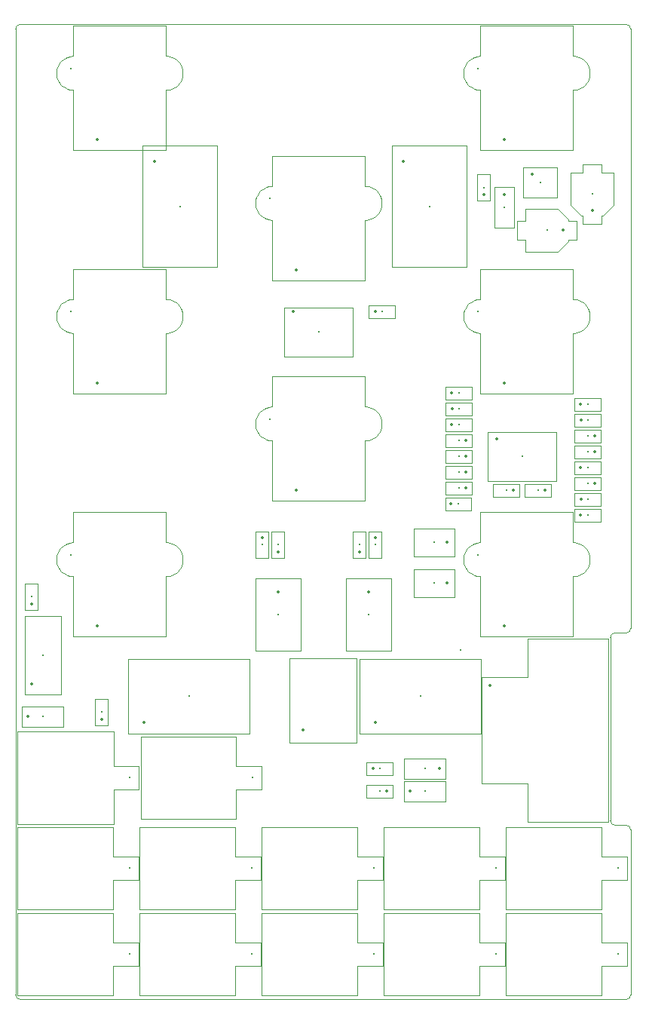
<source format=gbr>
%TF.GenerationSoftware,KiCad,Pcbnew,9.0.0*%
%TF.CreationDate,2025-03-09T14:36:43-04:00*%
%TF.ProjectId,200_Plattform,3230305f-506c-4617-9474-666f726d2e6b,A1*%
%TF.SameCoordinates,Original*%
%TF.FileFunction,Component,L1,Top*%
%TF.FilePolarity,Positive*%
%FSLAX46Y46*%
G04 Gerber Fmt 4.6, Leading zero omitted, Abs format (unit mm)*
G04 Created by KiCad (PCBNEW 9.0.0) date 2025-03-09 14:36:43*
%MOMM*%
%LPD*%
G01*
G04 APERTURE LIST*
%TA.AperFunction,ComponentMain*%
%ADD10C,0.300000*%
%TD*%
%TA.AperFunction,ComponentOutline,Courtyard*%
%ADD11C,0.100000*%
%TD*%
%TA.AperFunction,ComponentPin*%
%ADD12P,0.360000X4X0.000000*%
%TD*%
%TA.AperFunction,ComponentPin*%
%ADD13C,0.100000*%
%TD*%
%TA.AperFunction,Profile*%
%ADD14C,0.050000*%
%TD*%
G04 APERTURE END LIST*
D10*
%TO.C,J13*%
%TO.CFtp,HEADER_2X10_BOTTOM_ENTRY_966210-2000-AR-PR*%
%TO.CVal,~*%
%TO.CLbN,0_synthesis_smt*%
%TO.CMnt,SMD*%
%TO.CRot,0*%
X62408000Y-54982000D03*
D11*
X66603000Y-48187000D02*
X66603000Y-61777000D01*
X58213000Y-61777000D01*
X58213000Y-48187000D01*
X66603000Y-48187000D01*
D12*
%TO.P,J13,1,X1*%
X59508000Y-49902000D03*
D13*
%TO.P,J13,*%
X61138000Y-49902000D03*
X61138000Y-52442000D03*
X61138000Y-54982000D03*
X61138000Y-57522000D03*
X61138000Y-60062000D03*
X63678000Y-49902000D03*
X63678000Y-52442000D03*
X63678000Y-54982000D03*
X63678000Y-57522000D03*
X63678000Y-60062000D03*
%TO.P,J13,2,X2*%
X59508000Y-52442000D03*
%TO.P,J13,3,X3*%
X59508000Y-54982000D03*
%TO.P,J13,4,X4*%
X59508000Y-57522000D03*
%TO.P,J13,5,X5*%
X59508000Y-60062000D03*
%TO.P,J13,6,X6*%
X65308000Y-60062000D03*
%TO.P,J13,7,X7*%
X65308000Y-57522000D03*
%TO.P,J13,8,X8*%
X65308000Y-54982000D03*
%TO.P,J13,9,X9*%
X65308000Y-52442000D03*
%TO.P,J13,10,X10*%
X65308000Y-49902000D03*
%TD*%
D10*
%TO.C,J15*%
%TO.CFtp,HEADER_2X10_BOTTOM_ENTRY_966210-2000-AR-PR*%
%TO.CVal,~*%
%TO.CLbN,0_synthesis_smt*%
%TO.CMnt,SMD*%
%TO.CRot,90*%
X89408000Y-109982000D03*
D11*
X96203000Y-105787000D02*
X96203000Y-114177000D01*
X82613000Y-114177000D01*
X82613000Y-105787000D01*
X96203000Y-105787000D01*
D12*
%TO.P,J15,1,X1*%
X84328000Y-112882000D03*
D13*
%TO.P,J15,*%
X84328000Y-111252000D03*
X86868000Y-111252000D03*
X89408000Y-111252000D03*
X91948000Y-111252000D03*
X94488000Y-111252000D03*
X84328000Y-108712000D03*
X86868000Y-108712000D03*
X89408000Y-108712000D03*
X91948000Y-108712000D03*
X94488000Y-108712000D03*
%TO.P,J15,2,X2*%
X86868000Y-112882000D03*
%TO.P,J15,3,X3*%
X89408000Y-112882000D03*
%TO.P,J15,4,X4*%
X91948000Y-112882000D03*
%TO.P,J15,5,X5*%
X94488000Y-112882000D03*
%TO.P,J15,6,X6*%
X94488000Y-107082000D03*
%TO.P,J15,7,X7*%
X91948000Y-107082000D03*
%TO.P,J15,8,X8*%
X89408000Y-107082000D03*
%TO.P,J15,9,X9*%
X86868000Y-107082000D03*
%TO.P,J15,10,X10*%
X84328000Y-107082000D03*
%TD*%
D10*
%TO.C,J16*%
%TO.CFtp,HEADER_2X10_BOTTOM_ENTRY_966210-2000-AR-PR*%
%TO.CVal,~*%
%TO.CLbN,0_synthesis_smt*%
%TO.CMnt,SMD*%
%TO.CRot,0*%
X90408000Y-54982000D03*
D11*
X94603000Y-48187000D02*
X94603000Y-61777000D01*
X86213000Y-61777000D01*
X86213000Y-48187000D01*
X94603000Y-48187000D01*
D12*
%TO.P,J16,1,X1*%
X87508000Y-49902000D03*
D13*
%TO.P,J16,*%
X89138000Y-49902000D03*
X89138000Y-52442000D03*
X89138000Y-54982000D03*
X89138000Y-57522000D03*
X89138000Y-60062000D03*
X91678000Y-49902000D03*
X91678000Y-52442000D03*
X91678000Y-54982000D03*
X91678000Y-57522000D03*
X91678000Y-60062000D03*
%TO.P,J16,2,X2*%
X87508000Y-52442000D03*
%TO.P,J16,3,X3*%
X87508000Y-54982000D03*
%TO.P,J16,4,X4*%
X87508000Y-57522000D03*
%TO.P,J16,5,X5*%
X87508000Y-60062000D03*
%TO.P,J16,6,X6*%
X93308000Y-60062000D03*
%TO.P,J16,7,X7*%
X93308000Y-57522000D03*
%TO.P,J16,8,X8*%
X93308000Y-54982000D03*
%TO.P,J16,9,X9*%
X93308000Y-52442000D03*
%TO.P,J16,10,X10*%
X93308000Y-49902000D03*
%TD*%
D10*
%TO.C,J14*%
%TO.CFtp,HEADER_2X10_BOTTOM_ENTRY_966210-2000-AR-PR*%
%TO.CVal,~*%
%TO.CLbN,0_synthesis_smt*%
%TO.CMnt,SMD*%
%TO.CRot,90*%
X63408000Y-109982000D03*
D11*
X70203000Y-105787000D02*
X70203000Y-114177000D01*
X56613000Y-114177000D01*
X56613000Y-105787000D01*
X70203000Y-105787000D01*
D12*
%TO.P,J14,1,X1*%
X58328000Y-112882000D03*
D13*
%TO.P,J14,*%
X58328000Y-111252000D03*
X60868000Y-111252000D03*
X63408000Y-111252000D03*
X65948000Y-111252000D03*
X68488000Y-111252000D03*
X58328000Y-108712000D03*
X60868000Y-108712000D03*
X63408000Y-108712000D03*
X65948000Y-108712000D03*
X68488000Y-108712000D03*
%TO.P,J14,2,X2*%
X60868000Y-112882000D03*
%TO.P,J14,3,X3*%
X63408000Y-112882000D03*
%TO.P,J14,4,X4*%
X65948000Y-112882000D03*
%TO.P,J14,5,X5*%
X68488000Y-112882000D03*
%TO.P,J14,6,X6*%
X68488000Y-107082000D03*
%TO.P,J14,7,X7*%
X65948000Y-107082000D03*
%TO.P,J14,8,X8*%
X63408000Y-107082000D03*
%TO.P,J14,9,X9*%
X60868000Y-107082000D03*
%TO.P,J14,10,X10*%
X58328000Y-107082000D03*
%TD*%
D10*
%TO.C,U3*%
%TO.CFtp,SOT-23*%
%TO.CVal,LM4040CIM3-5.0*%
%TO.CLbN,Package_TO_SOT_SMD*%
%TO.CMnt,SMD*%
%TO.CRot,0*%
X102870000Y-52324000D03*
D11*
X104785000Y-50629000D02*
X104785000Y-54019000D01*
X100955000Y-54019000D01*
X100955000Y-50629000D01*
X104785000Y-50629000D01*
D12*
%TO.P,U3,1,K*%
X101932500Y-51374000D03*
D13*
%TO.P,U3,3,NC*%
X103807500Y-52324000D03*
%TO.P,U3,2,A*%
X101932500Y-53274000D03*
%TD*%
D10*
%TO.C,C8*%
%TO.CFtp,CAP_EEE-FK1V100UR*%
%TO.CVal,10uF*%
%TO.CLbN,0_synthesis_smt*%
%TO.CMnt,SMD*%
%TO.CRot,180*%
X103632000Y-57658000D03*
D11*
X104879928Y-55263000D02*
X106027000Y-56410072D01*
X106027000Y-56613000D01*
X106977000Y-56613000D01*
X106977000Y-58703000D01*
X106027000Y-58703000D01*
X106027000Y-58905928D01*
X104879928Y-60053000D01*
X101237000Y-60053000D01*
X101237000Y-58703000D01*
X100287000Y-58703000D01*
X100287000Y-56613000D01*
X101237000Y-56613000D01*
X101237000Y-55263000D01*
X104879928Y-55263000D01*
D12*
%TO.P,C8,1*%
X105432000Y-57658000D03*
D13*
%TO.P,C8,2*%
X101832000Y-57658000D03*
%TD*%
D10*
%TO.C,C7*%
%TO.CFtp,CAP_EEE-FK1V100UR*%
%TO.CVal,10uF*%
%TO.CLbN,0_synthesis_smt*%
%TO.CMnt,SMD*%
%TO.CRot,90*%
X108712000Y-53594000D03*
D11*
X109757000Y-50249000D02*
X109757000Y-51199000D01*
X111107000Y-51199000D01*
X111107000Y-54841928D01*
X109959928Y-55989000D01*
X109757000Y-55989000D01*
X109757000Y-56939000D01*
X107667000Y-56939000D01*
X107667000Y-55989000D01*
X107464072Y-55989000D01*
X106317000Y-54841928D01*
X106317000Y-51199000D01*
X107667000Y-51199000D01*
X107667000Y-50249000D01*
X109757000Y-50249000D01*
D12*
%TO.P,C7,1*%
X108712000Y-55394000D03*
D13*
%TO.P,C7,2*%
X108712000Y-51794000D03*
%TD*%
D10*
%TO.C,J17*%
%TO.CFtp,EURO_POWER_10_RTANG*%
%TO.CVal,EURO_POWER_10_RTANG*%
%TO.CLbN,0_synthesis_tht*%
%TO.CMnt,TH*%
%TO.CRot,0*%
X93908000Y-104792000D03*
D11*
X110503000Y-103497000D02*
X110503000Y-124087000D01*
X101413000Y-124087000D01*
X101413000Y-119787000D01*
X96313000Y-119787000D01*
X96313000Y-107797000D01*
X101413000Y-107797000D01*
X101413000Y-103497000D01*
X110503000Y-103497000D01*
D12*
%TO.P,J17,1,-12V*%
X97188000Y-108732000D03*
D13*
%TO.P,J17,10,+12V*%
X99728000Y-118892000D03*
%TO.P,J17,9,+12V*%
X97188000Y-118892000D03*
%TO.P,J17,8,gnd*%
X99728000Y-116352000D03*
%TO.P,J17,7,gnd*%
X97188000Y-116352000D03*
%TO.P,J17,6,gnd*%
X99728000Y-113812000D03*
%TO.P,J17,5,gnd*%
X97188000Y-113812000D03*
%TO.P,J17,4,gnd*%
X99728000Y-111272000D03*
%TO.P,J17,3,gnd*%
X97188000Y-111272000D03*
%TO.P,J17,2,-12V*%
X99728000Y-108732000D03*
%TD*%
D10*
%TO.C,U2*%
%TO.CFtp,TSSOP-14_4.4x5mm_P0.65mm*%
%TO.CVal,TL074CPWR*%
%TO.CLbN,0_synthesis_smt*%
%TO.CMnt,SMD*%
%TO.CRot,0*%
X100838000Y-83058000D03*
D11*
X104683000Y-80313000D02*
X104683000Y-85803000D01*
X96993000Y-85803000D01*
X96993000Y-80313000D01*
X104683000Y-80313000D01*
D12*
%TO.P,U2,1*%
X97975500Y-81108000D03*
D13*
%TO.P,U2,2,-*%
X97975500Y-81758000D03*
%TO.P,U2,3,+*%
X97975500Y-82408000D03*
%TO.P,U2,4,V+*%
X97975500Y-83058000D03*
%TO.P,U2,5,+*%
X97975500Y-83708000D03*
%TO.P,U2,6,-*%
X97975500Y-84358000D03*
%TO.P,U2,7*%
X97975500Y-85008000D03*
%TO.P,U2,8*%
X103700500Y-85008000D03*
%TO.P,U2,9,-*%
X103700500Y-84358000D03*
%TO.P,U2,10,+*%
X103700500Y-83708000D03*
%TO.P,U2,11,V-*%
X103700500Y-83058000D03*
%TO.P,U2,12,+*%
X103700500Y-82408000D03*
%TO.P,U2,13,-*%
X103700500Y-81758000D03*
%TO.P,U2,14*%
X103700500Y-81108000D03*
%TD*%
D10*
%TO.C,R19*%
%TO.CFtp,R_1206_3216Metric*%
%TO.CVal,6.8k 0.25W*%
%TO.CLbN,0_synthesis_smt*%
%TO.CMnt,SMD*%
%TO.CRot,-90*%
X98806000Y-55118000D03*
D11*
X99921000Y-52843000D02*
X99921000Y-57393000D01*
X97691000Y-57393000D01*
X97691000Y-52843000D01*
X99921000Y-52843000D01*
D12*
%TO.P,R19,1*%
X98806000Y-53655500D03*
D13*
%TO.P,R19,2*%
X98806000Y-56580500D03*
%TD*%
D10*
%TO.C,D5*%
%TO.CFtp,D_SOD-123*%
%TO.CVal,MBR0530*%
%TO.CLbN,0_synthesis_smt*%
%TO.CMnt,SMD*%
%TO.CRot,180*%
X89916000Y-118110000D03*
D11*
X92261000Y-116965000D02*
X92261000Y-119255000D01*
X87571000Y-119255000D01*
X87571000Y-116965000D01*
X92261000Y-116965000D01*
D12*
%TO.P,D5,1,K*%
X91566000Y-118110000D03*
D13*
%TO.P,D5,2,A*%
X88266000Y-118110000D03*
%TD*%
D10*
%TO.C,D4*%
%TO.CFtp,D_SOD-123*%
%TO.CVal,MBR0530*%
%TO.CLbN,0_synthesis_smt*%
%TO.CMnt,SMD*%
%TO.CRot,0*%
X89916000Y-120650000D03*
D11*
X92261000Y-119505000D02*
X92261000Y-121795000D01*
X87571000Y-121795000D01*
X87571000Y-119505000D01*
X92261000Y-119505000D01*
D12*
%TO.P,D4,1,K*%
X88266000Y-120650000D03*
D13*
%TO.P,D4,2,A*%
X91566000Y-120650000D03*
%TD*%
D10*
%TO.C,C10*%
%TO.CFtp,C_0603_1608Metric*%
%TO.CVal,100nF*%
%TO.CLbN,0_synthesis_smt*%
%TO.CMnt,SMD*%
%TO.CRot,0*%
X84849000Y-118110000D03*
D11*
X86324000Y-117385000D02*
X86324000Y-118835000D01*
X83374000Y-118835000D01*
X83374000Y-117385000D01*
X86324000Y-117385000D01*
D12*
%TO.P,C10,1*%
X84074000Y-118110000D03*
D13*
%TO.P,C10,2*%
X85624000Y-118110000D03*
%TD*%
D10*
%TO.C,C9*%
%TO.CFtp,C_0603_1608Metric*%
%TO.CVal,100nF*%
%TO.CLbN,0_synthesis_smt*%
%TO.CMnt,SMD*%
%TO.CRot,180*%
X84836000Y-120650000D03*
D11*
X86311000Y-119925000D02*
X86311000Y-121375000D01*
X83361000Y-121375000D01*
X83361000Y-119925000D01*
X86311000Y-119925000D01*
D12*
%TO.P,C9,1*%
X85611000Y-120650000D03*
D13*
%TO.P,C9,2*%
X84061000Y-120650000D03*
%TD*%
D10*
%TO.C,C11*%
%TO.CFtp,C_0603_1608Metric*%
%TO.CVal,100nF*%
%TO.CLbN,0_synthesis_smt*%
%TO.CMnt,SMD*%
%TO.CRot,90*%
X96520000Y-52845000D03*
D11*
X97245000Y-51370000D02*
X97245000Y-54320000D01*
X95795000Y-54320000D01*
X95795000Y-51370000D01*
X97245000Y-51370000D01*
D12*
%TO.P,C11,1*%
X96520000Y-53620000D03*
D13*
%TO.P,C11,2*%
X96520000Y-52070000D03*
%TD*%
D10*
%TO.C,C6*%
%TO.CFtp,C_0603_1608Metric*%
%TO.CVal,100nF*%
%TO.CLbN,0_synthesis_smt*%
%TO.CMnt,SMD*%
%TO.CRot,180*%
X102616000Y-86868000D03*
D11*
X104091000Y-86143000D02*
X104091000Y-87593000D01*
X101141000Y-87593000D01*
X101141000Y-86143000D01*
X104091000Y-86143000D01*
D12*
%TO.P,C6,1*%
X103391000Y-86868000D03*
D13*
%TO.P,C6,2*%
X101841000Y-86868000D03*
%TD*%
D10*
%TO.C,C5*%
%TO.CFtp,C_0603_1608Metric*%
%TO.CVal,100nF*%
%TO.CLbN,0_synthesis_smt*%
%TO.CMnt,SMD*%
%TO.CRot,180*%
X99073000Y-86868000D03*
D11*
X100548000Y-86143000D02*
X100548000Y-87593000D01*
X97598000Y-87593000D01*
X97598000Y-86143000D01*
X100548000Y-86143000D01*
D12*
%TO.P,C5,1*%
X99848000Y-86868000D03*
D13*
%TO.P,C5,2*%
X98298000Y-86868000D03*
%TD*%
D10*
%TO.C,C4*%
%TO.CFtp,C_0603_1608Metric*%
%TO.CVal,180pF*%
%TO.CLbN,0_synthesis_smt*%
%TO.CMnt,SMD*%
%TO.CRot,0*%
X108204000Y-78994000D03*
D11*
X109679000Y-78269000D02*
X109679000Y-79719000D01*
X106729000Y-79719000D01*
X106729000Y-78269000D01*
X109679000Y-78269000D01*
D12*
%TO.P,C4,1*%
X107429000Y-78994000D03*
D13*
%TO.P,C4,2*%
X108979000Y-78994000D03*
%TD*%
D10*
%TO.C,R11*%
%TO.CFtp,R_0603_1608Metric*%
%TO.CVal,20k*%
%TO.CLbN,0_synthesis_smt*%
%TO.CMnt,SMD*%
%TO.CRot,180*%
X108204000Y-82550000D03*
D11*
X109679000Y-81825000D02*
X109679000Y-83275000D01*
X106729000Y-83275000D01*
X106729000Y-81825000D01*
X109679000Y-81825000D01*
D12*
%TO.P,R11,1*%
X109029000Y-82550000D03*
D13*
%TO.P,R11,2*%
X107379000Y-82550000D03*
%TD*%
D10*
%TO.C,R14*%
%TO.CFtp,R_0603_1608Metric*%
%TO.CVal,10k*%
%TO.CLbN,0_synthesis_smt*%
%TO.CMnt,SMD*%
%TO.CRot,180*%
X108204000Y-86106000D03*
D11*
X109679000Y-85381000D02*
X109679000Y-86831000D01*
X106729000Y-86831000D01*
X106729000Y-85381000D01*
X109679000Y-85381000D01*
D12*
%TO.P,R14,1*%
X109029000Y-86106000D03*
D13*
%TO.P,R14,2*%
X107379000Y-86106000D03*
%TD*%
D10*
%TO.C,RV2*%
%TO.CFtp,ALPHAPOT*%
%TO.CVal,10k*%
%TO.CLbN,0_synthesis_tht*%
%TO.CMnt,TH*%
%TO.CRot,0*%
X72478000Y-78868000D03*
D11*
X83173000Y-74073000D02*
X83173000Y-77472912D01*
X83313314Y-77475414D01*
X83581326Y-77513948D01*
X83841077Y-77590218D01*
X84087334Y-77702679D01*
X84315076Y-77849040D01*
X84519674Y-78026325D01*
X84696959Y-78230923D01*
X84843320Y-78458665D01*
X84955781Y-78704922D01*
X85032051Y-78964673D01*
X85070579Y-79232639D01*
X85070579Y-79503360D01*
X85032051Y-79771326D01*
X84955781Y-80031077D01*
X84843320Y-80277334D01*
X84696959Y-80505076D01*
X84519674Y-80709674D01*
X84315076Y-80886959D01*
X84087334Y-81033320D01*
X83841077Y-81145781D01*
X83581326Y-81222051D01*
X83313314Y-81260585D01*
X83173000Y-81263088D01*
X83173000Y-88063000D01*
X72783000Y-88063000D01*
X72783000Y-81263088D01*
X72642685Y-81260585D01*
X72374673Y-81222051D01*
X72114922Y-81145781D01*
X71868665Y-81033320D01*
X71640923Y-80886959D01*
X71436325Y-80709674D01*
X71259040Y-80505076D01*
X71112679Y-80277334D01*
X71000218Y-80031077D01*
X70923948Y-79771326D01*
X70885421Y-79503360D01*
X70885421Y-79232639D01*
X70923948Y-78964673D01*
X71000218Y-78704922D01*
X71112679Y-78458665D01*
X71259040Y-78230923D01*
X71436325Y-78026325D01*
X71640923Y-77849040D01*
X71868665Y-77702679D01*
X72114922Y-77590218D01*
X72374673Y-77513948D01*
X72642685Y-77475414D01*
X72783000Y-77472912D01*
X72783000Y-74073000D01*
X83173000Y-74073000D01*
D12*
%TO.P,RV2,1,1*%
X75478000Y-86868000D03*
D13*
%TO.P,RV2,*%
X73078000Y-79368000D03*
X82878000Y-79368000D03*
%TO.P,RV2,2,2*%
X77978000Y-86868000D03*
%TO.P,RV2,3,3*%
X80478000Y-86868000D03*
%TD*%
D10*
%TO.C,R7*%
%TO.CFtp,R_0603_1608Metric*%
%TO.CVal,20k*%
%TO.CLbN,0_synthesis_smt*%
%TO.CMnt,SMD*%
%TO.CRot,0*%
X93726000Y-75946000D03*
D11*
X95201000Y-75221000D02*
X95201000Y-76671000D01*
X92251000Y-76671000D01*
X92251000Y-75221000D01*
X95201000Y-75221000D01*
D12*
%TO.P,R7,1*%
X92901000Y-75946000D03*
D13*
%TO.P,R7,2*%
X94551000Y-75946000D03*
%TD*%
D10*
%TO.C,J7*%
%TO.CFtp,JACK_THONKICONN_MONO_WQP518MA*%
%TO.CVal,THONKICONN_MONO*%
%TO.CLbN,0_synthesis_tht*%
%TO.CMnt,TH*%
%TO.CRot,-90*%
X84201000Y-138938000D03*
D11*
X82296000Y-134343000D02*
X82296000Y-137643000D01*
X85196000Y-137643000D01*
X85196000Y-140233000D01*
X82296000Y-140233000D01*
X82296000Y-143533000D01*
X71606000Y-143533000D01*
X71606000Y-134343000D01*
X82296000Y-134343000D01*
D13*
%TO.P,J7,*%
X77721000Y-138938000D03*
%TO.P,J7,S*%
X84201000Y-138938000D03*
%TO.P,J7,T*%
X72801000Y-138938000D03*
%TO.P,J7,TN*%
X81101000Y-138938000D03*
%TD*%
D10*
%TO.C,R12*%
%TO.CFtp,R_0603_1608Metric*%
%TO.CVal,10k*%
%TO.CLbN,0_synthesis_smt*%
%TO.CMnt,SMD*%
%TO.CRot,0*%
X108204000Y-84328000D03*
D11*
X109679000Y-83603000D02*
X109679000Y-85053000D01*
X106729000Y-85053000D01*
X106729000Y-83603000D01*
X109679000Y-83603000D01*
D12*
%TO.P,R12,1*%
X107379000Y-84328000D03*
D13*
%TO.P,R12,2*%
X109029000Y-84328000D03*
%TD*%
D10*
%TO.C,J3*%
%TO.CFtp,JACK_THONKICONN_MONO_WQP518MA*%
%TO.CVal,THONKICONN_MONO*%
%TO.CLbN,0_synthesis_tht*%
%TO.CMnt,TH*%
%TO.CRot,-90*%
X84201000Y-129286000D03*
D11*
X82296000Y-124691000D02*
X82296000Y-127991000D01*
X85196000Y-127991000D01*
X85196000Y-130581000D01*
X82296000Y-130581000D01*
X82296000Y-133881000D01*
X71606000Y-133881000D01*
X71606000Y-124691000D01*
X82296000Y-124691000D01*
D13*
%TO.P,J3,*%
X77721000Y-129286000D03*
%TO.P,J3,S*%
X84201000Y-129286000D03*
%TO.P,J3,T*%
X72801000Y-129286000D03*
%TO.P,J3,TN*%
X81101000Y-129286000D03*
%TD*%
D10*
%TO.C,J8*%
%TO.CFtp,JACK_THONKICONN_MONO_WQP518MA*%
%TO.CVal,THONKICONN_MONO*%
%TO.CLbN,0_synthesis_tht*%
%TO.CMnt,TH*%
%TO.CRot,-90*%
X97917000Y-138938000D03*
D11*
X96012000Y-134343000D02*
X96012000Y-137643000D01*
X98912000Y-137643000D01*
X98912000Y-140233000D01*
X96012000Y-140233000D01*
X96012000Y-143533000D01*
X85322000Y-143533000D01*
X85322000Y-134343000D01*
X96012000Y-134343000D01*
D13*
%TO.P,J8,*%
X91437000Y-138938000D03*
%TO.P,J8,S*%
X97917000Y-138938000D03*
%TO.P,J8,T*%
X86517000Y-138938000D03*
%TO.P,J8,TN*%
X94817000Y-138938000D03*
%TD*%
D10*
%TO.C,R3*%
%TO.CFtp,R_1210_3225Metric*%
%TO.CVal,1k 0.5W*%
%TO.CLbN,0_synthesis_smt*%
%TO.CMnt,SMD*%
%TO.CRot,180*%
X90932000Y-97282000D03*
D11*
X93207000Y-95707000D02*
X93207000Y-98857000D01*
X88657000Y-98857000D01*
X88657000Y-95707000D01*
X93207000Y-95707000D01*
D12*
%TO.P,R3,1*%
X92394500Y-97282000D03*
D13*
%TO.P,R3,2*%
X89469500Y-97282000D03*
%TD*%
D10*
%TO.C,RV8*%
%TO.CFtp,ALPHAPOT*%
%TO.CVal,10k*%
%TO.CLbN,0_synthesis_tht*%
%TO.CMnt,TH*%
%TO.CRot,0*%
X95846000Y-94108000D03*
D11*
X106541000Y-89313000D02*
X106541000Y-92712912D01*
X106681314Y-92715414D01*
X106949326Y-92753948D01*
X107209077Y-92830218D01*
X107455334Y-92942679D01*
X107683076Y-93089040D01*
X107887674Y-93266325D01*
X108064959Y-93470923D01*
X108211320Y-93698665D01*
X108323781Y-93944922D01*
X108400051Y-94204673D01*
X108438579Y-94472639D01*
X108438579Y-94743360D01*
X108400051Y-95011326D01*
X108323781Y-95271077D01*
X108211320Y-95517334D01*
X108064959Y-95745076D01*
X107887674Y-95949674D01*
X107683076Y-96126959D01*
X107455334Y-96273320D01*
X107209077Y-96385781D01*
X106949326Y-96462051D01*
X106681314Y-96500585D01*
X106541000Y-96503088D01*
X106541000Y-103303000D01*
X96151000Y-103303000D01*
X96151000Y-96503088D01*
X96010685Y-96500585D01*
X95742673Y-96462051D01*
X95482922Y-96385781D01*
X95236665Y-96273320D01*
X95008923Y-96126959D01*
X94804325Y-95949674D01*
X94627040Y-95745076D01*
X94480679Y-95517334D01*
X94368218Y-95271077D01*
X94291948Y-95011326D01*
X94253421Y-94743360D01*
X94253421Y-94472639D01*
X94291948Y-94204673D01*
X94368218Y-93944922D01*
X94480679Y-93698665D01*
X94627040Y-93470923D01*
X94804325Y-93266325D01*
X95008923Y-93089040D01*
X95236665Y-92942679D01*
X95482922Y-92830218D01*
X95742673Y-92753948D01*
X96010685Y-92715414D01*
X96151000Y-92712912D01*
X96151000Y-89313000D01*
X106541000Y-89313000D01*
D12*
%TO.P,RV8,1,1*%
X98846000Y-102108000D03*
D13*
%TO.P,RV8,*%
X96446000Y-94608000D03*
X106246000Y-94608000D03*
%TO.P,RV8,2,2*%
X101346000Y-102108000D03*
%TO.P,RV8,3,3*%
X103846000Y-102108000D03*
%TD*%
D10*
%TO.C,SW1*%
%TO.CFtp,SW_TACTILE_TL1105SPF250Q*%
%TO.CVal,SW_TACTILE*%
%TO.CLbN,0_synthesis_tht*%
%TO.CMnt,TH*%
%TO.CRot,90*%
X76236000Y-113740000D03*
D11*
X82231000Y-105745000D02*
X82231000Y-115235000D01*
X74741000Y-115235000D01*
X74741000Y-105745000D01*
X82231000Y-105745000D01*
D12*
%TO.P,SW1,1,1*%
X76236000Y-113740000D03*
D13*
%TO.P,SW1,2,2*%
X76236000Y-107240000D03*
%TO.P,SW1,3,K*%
X80736000Y-113740000D03*
%TO.P,SW1,4,A*%
X80736000Y-107240000D03*
%TD*%
D10*
%TO.C,D3*%
%TO.CFtp,LED_0603_1608Metric*%
%TO.CVal,LED_BLUE*%
%TO.CLbN,0_synthesis_smt*%
%TO.CMnt,SMD*%
%TO.CRot,90*%
X82550000Y-92964000D03*
D11*
X83275000Y-91489000D02*
X83275000Y-94439000D01*
X81825000Y-94439000D01*
X81825000Y-91489000D01*
X83275000Y-91489000D01*
D12*
%TO.P,D3,1,K*%
X82550000Y-93751500D03*
D13*
%TO.P,D3,2,A*%
X82550000Y-92176500D03*
%TD*%
D10*
%TO.C,SW3*%
%TO.CFtp,SW_TOGGLE_2MS3T1B3M2QES*%
%TO.CVal,SW_SPDT_ON_OFF_ON_SUBMINI*%
%TO.CLbN,0_synthesis_tht*%
%TO.CMnt,SMD*%
%TO.CRot,-90*%
X83566000Y-100838000D03*
D11*
X86101000Y-96779000D02*
X86101000Y-104897000D01*
X81031000Y-104897000D01*
X81031000Y-96779000D01*
X86101000Y-96779000D01*
D12*
%TO.P,SW3,1,A*%
X83566000Y-98298000D03*
D13*
%TO.P,SW3,2,B*%
X83566000Y-100838000D03*
%TO.P,SW3,3,C*%
X83566000Y-103378000D03*
%TD*%
D10*
%TO.C,R8*%
%TO.CFtp,R_0603_1608Metric*%
%TO.CVal,10k*%
%TO.CLbN,0_synthesis_smt*%
%TO.CMnt,SMD*%
%TO.CRot,180*%
X93726000Y-83058000D03*
D11*
X95201000Y-82333000D02*
X95201000Y-83783000D01*
X92251000Y-83783000D01*
X92251000Y-82333000D01*
X95201000Y-82333000D01*
D12*
%TO.P,R8,1*%
X94551000Y-83058000D03*
D13*
%TO.P,R8,2*%
X92901000Y-83058000D03*
%TD*%
D10*
%TO.C,RV1*%
%TO.CFtp,ALPHAPOT*%
%TO.CVal,10k*%
%TO.CLbN,0_synthesis_tht*%
%TO.CMnt,TH*%
%TO.CRot,0*%
X50126000Y-39498000D03*
D11*
X60821000Y-34703000D02*
X60821000Y-38102912D01*
X60961314Y-38105414D01*
X61229326Y-38143948D01*
X61489077Y-38220218D01*
X61735334Y-38332679D01*
X61963076Y-38479040D01*
X62167674Y-38656325D01*
X62344959Y-38860923D01*
X62491320Y-39088665D01*
X62603781Y-39334922D01*
X62680051Y-39594673D01*
X62718579Y-39862639D01*
X62718579Y-40133360D01*
X62680051Y-40401326D01*
X62603781Y-40661077D01*
X62491320Y-40907334D01*
X62344959Y-41135076D01*
X62167674Y-41339674D01*
X61963076Y-41516959D01*
X61735334Y-41663320D01*
X61489077Y-41775781D01*
X61229326Y-41852051D01*
X60961314Y-41890585D01*
X60821000Y-41893088D01*
X60821000Y-48693000D01*
X50431000Y-48693000D01*
X50431000Y-41893088D01*
X50290685Y-41890585D01*
X50022673Y-41852051D01*
X49762922Y-41775781D01*
X49516665Y-41663320D01*
X49288923Y-41516959D01*
X49084325Y-41339674D01*
X48907040Y-41135076D01*
X48760679Y-40907334D01*
X48648218Y-40661077D01*
X48571948Y-40401326D01*
X48533421Y-40133360D01*
X48533421Y-39862639D01*
X48571948Y-39594673D01*
X48648218Y-39334922D01*
X48760679Y-39088665D01*
X48907040Y-38860923D01*
X49084325Y-38656325D01*
X49288923Y-38479040D01*
X49516665Y-38332679D01*
X49762922Y-38220218D01*
X50022673Y-38143948D01*
X50290685Y-38105414D01*
X50431000Y-38102912D01*
X50431000Y-34703000D01*
X60821000Y-34703000D01*
D12*
%TO.P,RV1,1,1*%
X53126000Y-47498000D03*
D13*
%TO.P,RV1,*%
X50726000Y-39998000D03*
X60526000Y-39998000D03*
%TO.P,RV1,2,2*%
X55626000Y-47498000D03*
%TO.P,RV1,3,3*%
X58126000Y-47498000D03*
%TD*%
D10*
%TO.C,J5*%
%TO.CFtp,JACK_THONKICONN_MONO_WQP518MA*%
%TO.CVal,THONKICONN_MONO*%
%TO.CLbN,0_synthesis_tht*%
%TO.CMnt,TH*%
%TO.CRot,-90*%
X56769000Y-138938000D03*
D11*
X54864000Y-134343000D02*
X54864000Y-137643000D01*
X57764000Y-137643000D01*
X57764000Y-140233000D01*
X54864000Y-140233000D01*
X54864000Y-143533000D01*
X44174000Y-143533000D01*
X44174000Y-134343000D01*
X54864000Y-134343000D01*
D13*
%TO.P,J5,*%
X50289000Y-138938000D03*
%TO.P,J5,S*%
X56769000Y-138938000D03*
%TO.P,J5,T*%
X45369000Y-138938000D03*
%TO.P,J5,TN*%
X53669000Y-138938000D03*
%TD*%
D10*
%TO.C,C2*%
%TO.CFtp,C_0603_1608Metric*%
%TO.CVal,180pF*%
%TO.CLbN,0_synthesis_smt*%
%TO.CMnt,SMD*%
%TO.CRot,180*%
X93726000Y-86614000D03*
D11*
X95201000Y-85889000D02*
X95201000Y-87339000D01*
X92251000Y-87339000D01*
X92251000Y-85889000D01*
X95201000Y-85889000D01*
D12*
%TO.P,C2,1*%
X94501000Y-86614000D03*
D13*
%TO.P,C2,2*%
X92951000Y-86614000D03*
%TD*%
D10*
%TO.C,R10*%
%TO.CFtp,R_0603_1608Metric*%
%TO.CVal,10k*%
%TO.CLbN,0_synthesis_smt*%
%TO.CMnt,SMD*%
%TO.CRot,180*%
X93726000Y-84836000D03*
D11*
X95201000Y-84111000D02*
X95201000Y-85561000D01*
X92251000Y-85561000D01*
X92251000Y-84111000D01*
X95201000Y-84111000D01*
D12*
%TO.P,R10,1*%
X94551000Y-84836000D03*
D13*
%TO.P,R10,2*%
X92901000Y-84836000D03*
%TD*%
D10*
%TO.C,U1*%
%TO.CFtp,SO-4_4.4x3.6mm_P2.54mm*%
%TO.CVal,LTV-355T*%
%TO.CLbN,0_synthesis_smt*%
%TO.CMnt,SMD*%
%TO.CRot,90*%
X46990000Y-105410000D03*
D11*
X49035000Y-101015000D02*
X49035000Y-109805000D01*
X44945000Y-109805000D01*
X44945000Y-101015000D01*
X49035000Y-101015000D01*
D12*
%TO.P,U1,1*%
X45720000Y-108560000D03*
D13*
%TO.P,U1,2*%
X48260000Y-108560000D03*
%TO.P,U1,3*%
X48260000Y-102260000D03*
%TO.P,U1,4*%
X45720000Y-102260000D03*
%TD*%
D10*
%TO.C,J9*%
%TO.CFtp,JACK_THONKICONN_MONO_WQP518MA*%
%TO.CVal,THONKICONN_MONO*%
%TO.CLbN,0_synthesis_tht*%
%TO.CMnt,TH*%
%TO.CRot,-90*%
X70582000Y-119126000D03*
D11*
X68677000Y-114531000D02*
X68677000Y-117831000D01*
X71577000Y-117831000D01*
X71577000Y-120421000D01*
X68677000Y-120421000D01*
X68677000Y-123721000D01*
X57987000Y-123721000D01*
X57987000Y-114531000D01*
X68677000Y-114531000D01*
D13*
%TO.P,J9,*%
X64102000Y-119126000D03*
%TO.P,J9,S*%
X70582000Y-119126000D03*
%TO.P,J9,T*%
X59182000Y-119126000D03*
%TO.P,J9,TN*%
X67482000Y-119126000D03*
%TD*%
D10*
%TO.C,R5*%
%TO.CFtp,R_0603_1608Metric*%
%TO.CVal,20k*%
%TO.CLbN,0_synthesis_smt*%
%TO.CMnt,SMD*%
%TO.CRot,0*%
X93726000Y-79502000D03*
D11*
X95201000Y-78777000D02*
X95201000Y-80227000D01*
X92251000Y-80227000D01*
X92251000Y-78777000D01*
X95201000Y-78777000D01*
D12*
%TO.P,R5,1*%
X92901000Y-79502000D03*
D13*
%TO.P,R5,2*%
X94551000Y-79502000D03*
%TD*%
D10*
%TO.C,J10*%
%TO.CFtp,JACK_THONKICONN_STEREO_WQP419GR*%
%TO.CVal,THONKICONN STEREO*%
%TO.CLbN,0_synthesis_tht*%
%TO.CMnt,TH*%
%TO.CRot,-90*%
X56772000Y-119126000D03*
D11*
X54967000Y-113931000D02*
X54967000Y-117831000D01*
X57767000Y-117831000D01*
X57767000Y-120421000D01*
X54967000Y-120421000D01*
X54967000Y-124321000D01*
X44177000Y-124321000D01*
X44177000Y-113931000D01*
X54967000Y-113931000D01*
D13*
%TO.P,J10,*%
X50292000Y-119126000D03*
%TO.P,J10,R*%
X53672000Y-119126000D03*
%TO.P,J10,S*%
X56772000Y-119126000D03*
%TO.P,J10,T*%
X45372000Y-119126000D03*
%TD*%
D10*
%TO.C,R16*%
%TO.CFtp,R_0603_1608Metric*%
%TO.CVal,10k*%
%TO.CLbN,0_synthesis_smt*%
%TO.CMnt,SMD*%
%TO.CRot,0*%
X108204000Y-77216000D03*
D11*
X109679000Y-76491000D02*
X109679000Y-77941000D01*
X106729000Y-77941000D01*
X106729000Y-76491000D01*
X109679000Y-76491000D01*
D12*
%TO.P,R16,1*%
X107379000Y-77216000D03*
D13*
%TO.P,R16,2*%
X109029000Y-77216000D03*
%TD*%
D10*
%TO.C,R13*%
%TO.CFtp,R_0603_1608Metric*%
%TO.CVal,20k*%
%TO.CLbN,0_synthesis_smt*%
%TO.CMnt,SMD*%
%TO.CRot,0*%
X108204000Y-89662000D03*
D11*
X109679000Y-88937000D02*
X109679000Y-90387000D01*
X106729000Y-90387000D01*
X106729000Y-88937000D01*
X109679000Y-88937000D01*
D12*
%TO.P,R13,1*%
X107379000Y-89662000D03*
D13*
%TO.P,R13,2*%
X109029000Y-89662000D03*
%TD*%
D10*
%TO.C,R15*%
%TO.CFtp,R_0603_1608Metric*%
%TO.CVal,10k*%
%TO.CLbN,0_synthesis_smt*%
%TO.CMnt,SMD*%
%TO.CRot,180*%
X108204000Y-80772000D03*
D11*
X109679000Y-80047000D02*
X109679000Y-81497000D01*
X106729000Y-81497000D01*
X106729000Y-80047000D01*
X109679000Y-80047000D01*
D12*
%TO.P,R15,1*%
X109029000Y-80772000D03*
D13*
%TO.P,R15,2*%
X107379000Y-80772000D03*
%TD*%
D10*
%TO.C,R17*%
%TO.CFtp,R_0603_1608Metric*%
%TO.CVal,220R*%
%TO.CLbN,0_synthesis_smt*%
%TO.CMnt,SMD*%
%TO.CRot,-90*%
X71628000Y-92964000D03*
D11*
X72353000Y-91489000D02*
X72353000Y-94439000D01*
X70903000Y-94439000D01*
X70903000Y-91489000D01*
X72353000Y-91489000D01*
D12*
%TO.P,R17,1*%
X71628000Y-92139000D03*
D13*
%TO.P,R17,2*%
X71628000Y-93789000D03*
%TD*%
D10*
%TO.C,R4*%
%TO.CFtp,R_1210_3225Metric*%
%TO.CVal,1k 0.5W*%
%TO.CLbN,0_synthesis_smt*%
%TO.CMnt,SMD*%
%TO.CRot,180*%
X90932000Y-92710000D03*
D11*
X93207000Y-91135000D02*
X93207000Y-94285000D01*
X88657000Y-94285000D01*
X88657000Y-91135000D01*
X93207000Y-91135000D01*
D12*
%TO.P,R4,1*%
X92394500Y-92710000D03*
D13*
%TO.P,R4,2*%
X89469500Y-92710000D03*
%TD*%
D10*
%TO.C,J1*%
%TO.CFtp,JACK_THONKICONN_MONO_WQP518MA*%
%TO.CVal,THONKICONN_MONO*%
%TO.CLbN,0_synthesis_tht*%
%TO.CMnt,TH*%
%TO.CRot,-90*%
X56769000Y-129286000D03*
D11*
X54864000Y-124691000D02*
X54864000Y-127991000D01*
X57764000Y-127991000D01*
X57764000Y-130581000D01*
X54864000Y-130581000D01*
X54864000Y-133881000D01*
X44174000Y-133881000D01*
X44174000Y-124691000D01*
X54864000Y-124691000D01*
D13*
%TO.P,J1,*%
X50289000Y-129286000D03*
%TO.P,J1,S*%
X56769000Y-129286000D03*
%TO.P,J1,T*%
X45369000Y-129286000D03*
%TO.P,J1,TN*%
X53669000Y-129286000D03*
%TD*%
D10*
%TO.C,RV4*%
%TO.CFtp,ALPHAPOT*%
%TO.CVal,10k*%
%TO.CLbN,0_synthesis_tht*%
%TO.CMnt,TH*%
%TO.CRot,0*%
X95846000Y-39498000D03*
D11*
X106541000Y-34703000D02*
X106541000Y-38102912D01*
X106681314Y-38105414D01*
X106949326Y-38143948D01*
X107209077Y-38220218D01*
X107455334Y-38332679D01*
X107683076Y-38479040D01*
X107887674Y-38656325D01*
X108064959Y-38860923D01*
X108211320Y-39088665D01*
X108323781Y-39334922D01*
X108400051Y-39594673D01*
X108438579Y-39862639D01*
X108438579Y-40133360D01*
X108400051Y-40401326D01*
X108323781Y-40661077D01*
X108211320Y-40907334D01*
X108064959Y-41135076D01*
X107887674Y-41339674D01*
X107683076Y-41516959D01*
X107455334Y-41663320D01*
X107209077Y-41775781D01*
X106949326Y-41852051D01*
X106681314Y-41890585D01*
X106541000Y-41893088D01*
X106541000Y-48693000D01*
X96151000Y-48693000D01*
X96151000Y-41893088D01*
X96010685Y-41890585D01*
X95742673Y-41852051D01*
X95482922Y-41775781D01*
X95236665Y-41663320D01*
X95008923Y-41516959D01*
X94804325Y-41339674D01*
X94627040Y-41135076D01*
X94480679Y-40907334D01*
X94368218Y-40661077D01*
X94291948Y-40401326D01*
X94253421Y-40133360D01*
X94253421Y-39862639D01*
X94291948Y-39594673D01*
X94368218Y-39334922D01*
X94480679Y-39088665D01*
X94627040Y-38860923D01*
X94804325Y-38656325D01*
X95008923Y-38479040D01*
X95236665Y-38332679D01*
X95482922Y-38220218D01*
X95742673Y-38143948D01*
X96010685Y-38105414D01*
X96151000Y-38102912D01*
X96151000Y-34703000D01*
X106541000Y-34703000D01*
D12*
%TO.P,RV4,1,1*%
X98846000Y-47498000D03*
D13*
%TO.P,RV4,*%
X96446000Y-39998000D03*
X106246000Y-39998000D03*
%TO.P,RV4,2,2*%
X101346000Y-47498000D03*
%TO.P,RV4,3,3*%
X103846000Y-47498000D03*
%TD*%
D10*
%TO.C,J6*%
%TO.CFtp,JACK_THONKICONN_MONO_WQP518MA*%
%TO.CVal,THONKICONN_MONO*%
%TO.CLbN,0_synthesis_tht*%
%TO.CMnt,TH*%
%TO.CRot,-90*%
X70485000Y-138938000D03*
D11*
X68580000Y-134343000D02*
X68580000Y-137643000D01*
X71480000Y-137643000D01*
X71480000Y-140233000D01*
X68580000Y-140233000D01*
X68580000Y-143533000D01*
X57890000Y-143533000D01*
X57890000Y-134343000D01*
X68580000Y-134343000D01*
D13*
%TO.P,J6,*%
X64005000Y-138938000D03*
%TO.P,J6,S*%
X70485000Y-138938000D03*
%TO.P,J6,T*%
X59085000Y-138938000D03*
%TO.P,J6,TN*%
X67385000Y-138938000D03*
%TD*%
D10*
%TO.C,U4*%
%TO.CFtp,TSSOP-16_4.4x5mm_P0.65mm*%
%TO.CVal,CD4052B*%
%TO.CLbN,0_synthesis_smt*%
%TO.CMnt,SMD*%
%TO.CRot,0*%
X77978000Y-69088000D03*
D11*
X81823000Y-66343000D02*
X81823000Y-71833000D01*
X74133000Y-71833000D01*
X74133000Y-66343000D01*
X81823000Y-66343000D01*
D12*
%TO.P,U4,1,Y0*%
X75115500Y-66813000D03*
D13*
%TO.P,U4,2,Y2*%
X75115500Y-67463000D03*
%TO.P,U4,3,Y*%
X75115500Y-68113000D03*
%TO.P,U4,4,Y3*%
X75115500Y-68763000D03*
%TO.P,U4,5,Y1*%
X75115500Y-69413000D03*
%TO.P,U4,6,INH*%
X75115500Y-70063000D03*
%TO.P,U4,7,VEE*%
X75115500Y-70713000D03*
%TO.P,U4,8,VSS*%
X75115500Y-71363000D03*
%TO.P,U4,9,B*%
X80840500Y-71363000D03*
%TO.P,U4,10,A*%
X80840500Y-70713000D03*
%TO.P,U4,11,X3*%
X80840500Y-70063000D03*
%TO.P,U4,12,X0*%
X80840500Y-69413000D03*
%TO.P,U4,13,X*%
X80840500Y-68763000D03*
%TO.P,U4,14,X1*%
X80840500Y-68113000D03*
%TO.P,U4,15,X2*%
X80840500Y-67463000D03*
%TO.P,U4,16,VDD*%
X80840500Y-66813000D03*
%TD*%
D10*
%TO.C,R6*%
%TO.CFtp,R_0603_1608Metric*%
%TO.CVal,10k*%
%TO.CLbN,0_synthesis_smt*%
%TO.CMnt,SMD*%
%TO.CRot,180*%
X93726000Y-81280000D03*
D11*
X95201000Y-80555000D02*
X95201000Y-82005000D01*
X92251000Y-82005000D01*
X92251000Y-80555000D01*
X95201000Y-80555000D01*
D12*
%TO.P,R6,1*%
X94551000Y-81280000D03*
D13*
%TO.P,R6,2*%
X92901000Y-81280000D03*
%TD*%
D10*
%TO.C,C1*%
%TO.CFtp,C_0603_1608Metric*%
%TO.CVal,180pF*%
%TO.CLbN,0_synthesis_smt*%
%TO.CMnt,SMD*%
%TO.CRot,0*%
X93726000Y-77724000D03*
D11*
X95201000Y-76999000D02*
X95201000Y-78449000D01*
X92251000Y-78449000D01*
X92251000Y-76999000D01*
X95201000Y-76999000D01*
D12*
%TO.P,C1,1*%
X92951000Y-77724000D03*
D13*
%TO.P,C1,2*%
X94501000Y-77724000D03*
%TD*%
D10*
%TO.C,C3*%
%TO.CFtp,C_0603_1608Metric*%
%TO.CVal,180pF*%
%TO.CLbN,0_synthesis_smt*%
%TO.CMnt,SMD*%
%TO.CRot,0*%
X108204000Y-87884000D03*
D11*
X109679000Y-87159000D02*
X109679000Y-88609000D01*
X106729000Y-88609000D01*
X106729000Y-87159000D01*
X109679000Y-87159000D01*
D12*
%TO.P,C3,1*%
X107429000Y-87884000D03*
D13*
%TO.P,C3,2*%
X108979000Y-87884000D03*
%TD*%
D10*
%TO.C,RV5*%
%TO.CFtp,ALPHAPOT*%
%TO.CVal,10k*%
%TO.CLbN,0_synthesis_tht*%
%TO.CMnt,TH*%
%TO.CRot,0*%
X50126000Y-94108000D03*
D11*
X60821000Y-89313000D02*
X60821000Y-92712912D01*
X60961314Y-92715414D01*
X61229326Y-92753948D01*
X61489077Y-92830218D01*
X61735334Y-92942679D01*
X61963076Y-93089040D01*
X62167674Y-93266325D01*
X62344959Y-93470923D01*
X62491320Y-93698665D01*
X62603781Y-93944922D01*
X62680051Y-94204673D01*
X62718579Y-94472639D01*
X62718579Y-94743360D01*
X62680051Y-95011326D01*
X62603781Y-95271077D01*
X62491320Y-95517334D01*
X62344959Y-95745076D01*
X62167674Y-95949674D01*
X61963076Y-96126959D01*
X61735334Y-96273320D01*
X61489077Y-96385781D01*
X61229326Y-96462051D01*
X60961314Y-96500585D01*
X60821000Y-96503088D01*
X60821000Y-103303000D01*
X50431000Y-103303000D01*
X50431000Y-96503088D01*
X50290685Y-96500585D01*
X50022673Y-96462051D01*
X49762922Y-96385781D01*
X49516665Y-96273320D01*
X49288923Y-96126959D01*
X49084325Y-95949674D01*
X48907040Y-95745076D01*
X48760679Y-95517334D01*
X48648218Y-95271077D01*
X48571948Y-95011326D01*
X48533421Y-94743360D01*
X48533421Y-94472639D01*
X48571948Y-94204673D01*
X48648218Y-93944922D01*
X48760679Y-93698665D01*
X48907040Y-93470923D01*
X49084325Y-93266325D01*
X49288923Y-93089040D01*
X49516665Y-92942679D01*
X49762922Y-92830218D01*
X50022673Y-92753948D01*
X50290685Y-92715414D01*
X50431000Y-92712912D01*
X50431000Y-89313000D01*
X60821000Y-89313000D01*
D12*
%TO.P,RV5,1,1*%
X53126000Y-102108000D03*
D13*
%TO.P,RV5,*%
X50726000Y-94608000D03*
X60526000Y-94608000D03*
%TO.P,RV5,2,2*%
X55626000Y-102108000D03*
%TO.P,RV5,3,3*%
X58126000Y-102108000D03*
%TD*%
D10*
%TO.C,J12*%
%TO.CFtp,JACK_THONKICONN_MONO_WQP518MA*%
%TO.CVal,THONKICONN_MONO*%
%TO.CLbN,0_synthesis_tht*%
%TO.CMnt,TH*%
%TO.CRot,-90*%
X111633000Y-138938000D03*
D11*
X109728000Y-134343000D02*
X109728000Y-137643000D01*
X112628000Y-137643000D01*
X112628000Y-140233000D01*
X109728000Y-140233000D01*
X109728000Y-143533000D01*
X99038000Y-143533000D01*
X99038000Y-134343000D01*
X109728000Y-134343000D01*
D13*
%TO.P,J12,*%
X105153000Y-138938000D03*
%TO.P,J12,S*%
X111633000Y-138938000D03*
%TO.P,J12,T*%
X100233000Y-138938000D03*
%TO.P,J12,TN*%
X108533000Y-138938000D03*
%TD*%
D10*
%TO.C,R18*%
%TO.CFtp,R_0603_1608Metric*%
%TO.CVal,220R*%
%TO.CLbN,0_synthesis_smt*%
%TO.CMnt,SMD*%
%TO.CRot,-90*%
X84328000Y-92964000D03*
D11*
X85053000Y-91489000D02*
X85053000Y-94439000D01*
X83603000Y-94439000D01*
X83603000Y-91489000D01*
X85053000Y-91489000D01*
D12*
%TO.P,R18,1*%
X84328000Y-92139000D03*
D13*
%TO.P,R18,2*%
X84328000Y-93789000D03*
%TD*%
D10*
%TO.C,SW2*%
%TO.CFtp,SW_TOGGLE_2MS3T1B3M2QES*%
%TO.CVal,SW_SPDT_ON_OFF_ON_SUBMINI*%
%TO.CLbN,0_synthesis_tht*%
%TO.CMnt,SMD*%
%TO.CRot,-90*%
X73406000Y-100838000D03*
D11*
X75941000Y-96779000D02*
X75941000Y-104897000D01*
X70871000Y-104897000D01*
X70871000Y-96779000D01*
X75941000Y-96779000D01*
D12*
%TO.P,SW2,1,A*%
X73406000Y-98298000D03*
D13*
%TO.P,SW2,2,B*%
X73406000Y-100838000D03*
%TO.P,SW2,3,C*%
X73406000Y-103378000D03*
%TD*%
D10*
%TO.C,R2*%
%TO.CFtp,R_0603_1608Metric*%
%TO.CVal,220R*%
%TO.CLbN,0_synthesis_smt*%
%TO.CMnt,SMD*%
%TO.CRot,90*%
X45720000Y-98806000D03*
D11*
X46445000Y-97331000D02*
X46445000Y-100281000D01*
X44995000Y-100281000D01*
X44995000Y-97331000D01*
X46445000Y-97331000D01*
D12*
%TO.P,R2,1*%
X45720000Y-99631000D03*
D13*
%TO.P,R2,2*%
X45720000Y-97981000D03*
%TD*%
D10*
%TO.C,RV7*%
%TO.CFtp,ALPHAPOT*%
%TO.CVal,10k*%
%TO.CLbN,0_synthesis_tht*%
%TO.CMnt,TH*%
%TO.CRot,0*%
X72478000Y-54103000D03*
D11*
X83173000Y-49308000D02*
X83173000Y-52707912D01*
X83313314Y-52710414D01*
X83581326Y-52748948D01*
X83841077Y-52825218D01*
X84087334Y-52937679D01*
X84315076Y-53084040D01*
X84519674Y-53261325D01*
X84696959Y-53465923D01*
X84843320Y-53693665D01*
X84955781Y-53939922D01*
X85032051Y-54199673D01*
X85070579Y-54467639D01*
X85070579Y-54738360D01*
X85032051Y-55006326D01*
X84955781Y-55266077D01*
X84843320Y-55512334D01*
X84696959Y-55740076D01*
X84519674Y-55944674D01*
X84315076Y-56121959D01*
X84087334Y-56268320D01*
X83841077Y-56380781D01*
X83581326Y-56457051D01*
X83313314Y-56495585D01*
X83173000Y-56498088D01*
X83173000Y-63298000D01*
X72783000Y-63298000D01*
X72783000Y-56498088D01*
X72642685Y-56495585D01*
X72374673Y-56457051D01*
X72114922Y-56380781D01*
X71868665Y-56268320D01*
X71640923Y-56121959D01*
X71436325Y-55944674D01*
X71259040Y-55740076D01*
X71112679Y-55512334D01*
X71000218Y-55266077D01*
X70923948Y-55006326D01*
X70885421Y-54738360D01*
X70885421Y-54467639D01*
X70923948Y-54199673D01*
X71000218Y-53939922D01*
X71112679Y-53693665D01*
X71259040Y-53465923D01*
X71436325Y-53261325D01*
X71640923Y-53084040D01*
X71868665Y-52937679D01*
X72114922Y-52825218D01*
X72374673Y-52748948D01*
X72642685Y-52710414D01*
X72783000Y-52707912D01*
X72783000Y-49308000D01*
X83173000Y-49308000D01*
D12*
%TO.P,RV7,1,1*%
X75478000Y-62103000D03*
D13*
%TO.P,RV7,*%
X73078000Y-54603000D03*
X82878000Y-54603000D03*
%TO.P,RV7,2,2*%
X77978000Y-62103000D03*
%TO.P,RV7,3,3*%
X80478000Y-62103000D03*
%TD*%
D10*
%TO.C,J2*%
%TO.CFtp,JACK_THONKICONN_MONO_WQP518MA*%
%TO.CVal,THONKICONN_MONO*%
%TO.CLbN,0_synthesis_tht*%
%TO.CMnt,TH*%
%TO.CRot,-90*%
X70485000Y-129286000D03*
D11*
X68580000Y-124691000D02*
X68580000Y-127991000D01*
X71480000Y-127991000D01*
X71480000Y-130581000D01*
X68580000Y-130581000D01*
X68580000Y-133881000D01*
X57890000Y-133881000D01*
X57890000Y-124691000D01*
X68580000Y-124691000D01*
D13*
%TO.P,J2,*%
X64005000Y-129286000D03*
%TO.P,J2,S*%
X70485000Y-129286000D03*
%TO.P,J2,T*%
X59085000Y-129286000D03*
%TO.P,J2,TN*%
X67385000Y-129286000D03*
%TD*%
D10*
%TO.C,J11*%
%TO.CFtp,JACK_THONKICONN_MONO_WQP518MA*%
%TO.CVal,THONKICONN_MONO*%
%TO.CLbN,0_synthesis_tht*%
%TO.CMnt,TH*%
%TO.CRot,-90*%
X111633000Y-129286000D03*
D11*
X109728000Y-124691000D02*
X109728000Y-127991000D01*
X112628000Y-127991000D01*
X112628000Y-130581000D01*
X109728000Y-130581000D01*
X109728000Y-133881000D01*
X99038000Y-133881000D01*
X99038000Y-124691000D01*
X109728000Y-124691000D01*
D13*
%TO.P,J11,*%
X105153000Y-129286000D03*
%TO.P,J11,S*%
X111633000Y-129286000D03*
%TO.P,J11,T*%
X100233000Y-129286000D03*
%TO.P,J11,TN*%
X108533000Y-129286000D03*
%TD*%
D10*
%TO.C,C12*%
%TO.CFtp,C_0603_1608Metric*%
%TO.CVal,100nF*%
%TO.CLbN,0_synthesis_smt*%
%TO.CMnt,SMD*%
%TO.CRot,0*%
X85090000Y-66802000D03*
D11*
X86565000Y-66077000D02*
X86565000Y-67527000D01*
X83615000Y-67527000D01*
X83615000Y-66077000D01*
X86565000Y-66077000D01*
D12*
%TO.P,C12,1*%
X84315000Y-66802000D03*
D13*
%TO.P,C12,2*%
X85865000Y-66802000D03*
%TD*%
D10*
%TO.C,R9*%
%TO.CFtp,R_0603_1608Metric*%
%TO.CVal,10k*%
%TO.CLbN,0_synthesis_smt*%
%TO.CMnt,SMD*%
%TO.CRot,0*%
X93663000Y-88392000D03*
D11*
X95138000Y-87667000D02*
X95138000Y-89117000D01*
X92188000Y-89117000D01*
X92188000Y-87667000D01*
X95138000Y-87667000D01*
D12*
%TO.P,R9,1*%
X92838000Y-88392000D03*
D13*
%TO.P,R9,2*%
X94488000Y-88392000D03*
%TD*%
D10*
%TO.C,RV3*%
%TO.CFtp,ALPHAPOT*%
%TO.CVal,10k*%
%TO.CLbN,0_synthesis_tht*%
%TO.CMnt,TH*%
%TO.CRot,0*%
X50126000Y-66803000D03*
D11*
X60821000Y-62008000D02*
X60821000Y-65407912D01*
X60961314Y-65410414D01*
X61229326Y-65448948D01*
X61489077Y-65525218D01*
X61735334Y-65637679D01*
X61963076Y-65784040D01*
X62167674Y-65961325D01*
X62344959Y-66165923D01*
X62491320Y-66393665D01*
X62603781Y-66639922D01*
X62680051Y-66899673D01*
X62718579Y-67167639D01*
X62718579Y-67438360D01*
X62680051Y-67706326D01*
X62603781Y-67966077D01*
X62491320Y-68212334D01*
X62344959Y-68440076D01*
X62167674Y-68644674D01*
X61963076Y-68821959D01*
X61735334Y-68968320D01*
X61489077Y-69080781D01*
X61229326Y-69157051D01*
X60961314Y-69195585D01*
X60821000Y-69198088D01*
X60821000Y-75998000D01*
X50431000Y-75998000D01*
X50431000Y-69198088D01*
X50290685Y-69195585D01*
X50022673Y-69157051D01*
X49762922Y-69080781D01*
X49516665Y-68968320D01*
X49288923Y-68821959D01*
X49084325Y-68644674D01*
X48907040Y-68440076D01*
X48760679Y-68212334D01*
X48648218Y-67966077D01*
X48571948Y-67706326D01*
X48533421Y-67438360D01*
X48533421Y-67167639D01*
X48571948Y-66899673D01*
X48648218Y-66639922D01*
X48760679Y-66393665D01*
X48907040Y-66165923D01*
X49084325Y-65961325D01*
X49288923Y-65784040D01*
X49516665Y-65637679D01*
X49762922Y-65525218D01*
X50022673Y-65448948D01*
X50290685Y-65410414D01*
X50431000Y-65407912D01*
X50431000Y-62008000D01*
X60821000Y-62008000D01*
D12*
%TO.P,RV3,1,1*%
X53126000Y-74803000D03*
D13*
%TO.P,RV3,*%
X50726000Y-67303000D03*
X60526000Y-67303000D03*
%TO.P,RV3,2,2*%
X55626000Y-74803000D03*
%TO.P,RV3,3,3*%
X58126000Y-74803000D03*
%TD*%
D10*
%TO.C,D1*%
%TO.CFtp,D_SOD-123*%
%TO.CVal,MBR0530*%
%TO.CLbN,0_synthesis_smt*%
%TO.CMnt,SMD*%
%TO.CRot,0*%
X46990000Y-112268000D03*
D11*
X49335000Y-111123000D02*
X49335000Y-113413000D01*
X44645000Y-113413000D01*
X44645000Y-111123000D01*
X49335000Y-111123000D01*
D12*
%TO.P,D1,1,K*%
X45340000Y-112268000D03*
D13*
%TO.P,D1,2,A*%
X48640000Y-112268000D03*
%TD*%
D10*
%TO.C,D2*%
%TO.CFtp,LED_0603_1608Metric*%
%TO.CVal,LED_BLUE*%
%TO.CLbN,0_synthesis_smt*%
%TO.CMnt,SMD*%
%TO.CRot,90*%
X73406000Y-92964000D03*
D11*
X74131000Y-91489000D02*
X74131000Y-94439000D01*
X72681000Y-94439000D01*
X72681000Y-91489000D01*
X74131000Y-91489000D01*
D12*
%TO.P,D2,1,K*%
X73406000Y-93751500D03*
D13*
%TO.P,D2,2,A*%
X73406000Y-92176500D03*
%TD*%
D10*
%TO.C,R1*%
%TO.CFtp,R_0603_1608Metric*%
%TO.CVal,220R*%
%TO.CLbN,0_synthesis_smt*%
%TO.CMnt,SMD*%
%TO.CRot,90*%
X53594000Y-111760000D03*
D11*
X54319000Y-110285000D02*
X54319000Y-113235000D01*
X52869000Y-113235000D01*
X52869000Y-110285000D01*
X54319000Y-110285000D01*
D12*
%TO.P,R1,1*%
X53594000Y-112585000D03*
D13*
%TO.P,R1,2*%
X53594000Y-110935000D03*
%TD*%
D10*
%TO.C,RV6*%
%TO.CFtp,ALPHAPOT*%
%TO.CVal,10k*%
%TO.CLbN,0_synthesis_tht*%
%TO.CMnt,TH*%
%TO.CRot,0*%
X95846000Y-66803000D03*
D11*
X106541000Y-62008000D02*
X106541000Y-65407912D01*
X106681314Y-65410414D01*
X106949326Y-65448948D01*
X107209077Y-65525218D01*
X107455334Y-65637679D01*
X107683076Y-65784040D01*
X107887674Y-65961325D01*
X108064959Y-66165923D01*
X108211320Y-66393665D01*
X108323781Y-66639922D01*
X108400051Y-66899673D01*
X108438579Y-67167639D01*
X108438579Y-67438360D01*
X108400051Y-67706326D01*
X108323781Y-67966077D01*
X108211320Y-68212334D01*
X108064959Y-68440076D01*
X107887674Y-68644674D01*
X107683076Y-68821959D01*
X107455334Y-68968320D01*
X107209077Y-69080781D01*
X106949326Y-69157051D01*
X106681314Y-69195585D01*
X106541000Y-69198088D01*
X106541000Y-75998000D01*
X96151000Y-75998000D01*
X96151000Y-69198088D01*
X96010685Y-69195585D01*
X95742673Y-69157051D01*
X95482922Y-69080781D01*
X95236665Y-68968320D01*
X95008923Y-68821959D01*
X94804325Y-68644674D01*
X94627040Y-68440076D01*
X94480679Y-68212334D01*
X94368218Y-67966077D01*
X94291948Y-67706326D01*
X94253421Y-67438360D01*
X94253421Y-67167639D01*
X94291948Y-66899673D01*
X94368218Y-66639922D01*
X94480679Y-66393665D01*
X94627040Y-66165923D01*
X94804325Y-65961325D01*
X95008923Y-65784040D01*
X95236665Y-65637679D01*
X95482922Y-65525218D01*
X95742673Y-65448948D01*
X96010685Y-65410414D01*
X96151000Y-65407912D01*
X96151000Y-62008000D01*
X106541000Y-62008000D01*
D12*
%TO.P,RV6,1,1*%
X98846000Y-74803000D03*
D13*
%TO.P,RV6,*%
X96446000Y-67303000D03*
X106246000Y-67303000D03*
%TO.P,RV6,2,2*%
X101346000Y-74803000D03*
%TO.P,RV6,3,3*%
X103846000Y-74803000D03*
%TD*%
D10*
%TO.C,J4*%
%TO.CFtp,JACK_THONKICONN_MONO_WQP518MA*%
%TO.CVal,THONKICONN_MONO*%
%TO.CLbN,0_synthesis_tht*%
%TO.CMnt,TH*%
%TO.CRot,-90*%
X97917000Y-129286000D03*
D11*
X96012000Y-124691000D02*
X96012000Y-127991000D01*
X98912000Y-127991000D01*
X98912000Y-130581000D01*
X96012000Y-130581000D01*
X96012000Y-133881000D01*
X85322000Y-133881000D01*
X85322000Y-124691000D01*
X96012000Y-124691000D01*
D13*
%TO.P,J4,*%
X91437000Y-129286000D03*
%TO.P,J4,S*%
X97917000Y-129286000D03*
%TO.P,J4,T*%
X86517000Y-129286000D03*
%TO.P,J4,TN*%
X94817000Y-129286000D03*
%TD*%
D14*
X112522000Y-144018000D02*
X44450000Y-144018000D01*
X112522000Y-124460000D02*
G75*
G02*
X113030000Y-124968000I0J-508000D01*
G01*
X43942000Y-143510000D02*
X43942000Y-35052000D01*
X44450000Y-34544000D02*
X112522000Y-34544000D01*
X112522000Y-34544000D02*
G75*
G02*
X113030000Y-35052000I0J-508000D01*
G01*
X44450000Y-144018000D02*
G75*
G02*
X43942000Y-143510000I0J508000D01*
G01*
X113030000Y-35052000D02*
X113030000Y-102362000D01*
X113030000Y-102362000D02*
G75*
G02*
X112522000Y-102870000I-508000J0D01*
G01*
X43942000Y-35052000D02*
G75*
G02*
X44450000Y-34544000I508000J0D01*
G01*
X111252000Y-124460000D02*
X112522000Y-124460000D01*
X112522000Y-102870000D02*
X111252000Y-102870000D01*
X110744000Y-103378000D02*
G75*
G02*
X111252000Y-102870000I508000J0D01*
G01*
X113030000Y-143510000D02*
G75*
G02*
X112522000Y-144018000I-508000J0D01*
G01*
X111252000Y-124460000D02*
G75*
G02*
X110744000Y-123952000I0J508000D01*
G01*
X110744000Y-103378000D02*
X110744000Y-123952000D01*
X113030000Y-124968000D02*
X113030000Y-143510000D01*
M02*

</source>
